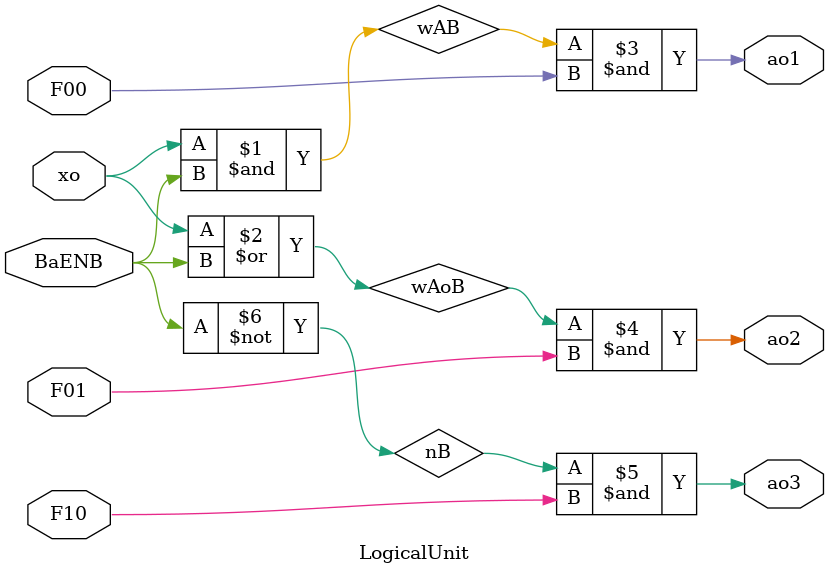
<source format=v>
module LogicalUnit (ao1, ao2, ao3, xo, BaENB, F00, F01, F10);
	input xo, BaENB, F00, F01, F10;
	output ao1, ao2, ao3;
	wire nB, wAoB, wAB;
	
	not notB(nB, BaENB);
	and and1(wAB, xo, BaENB);
	or o(wAoB, xo, BaENB);
	and and2(ao1, wAB, F00);
	and and3(ao2, wAoB, F01);
	and and4(ao3, nB, F10);
	
endmodule
</source>
